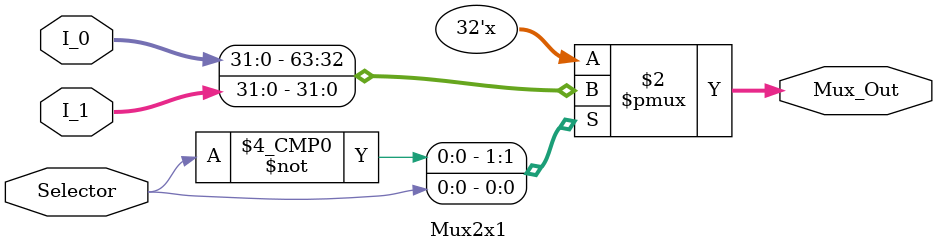
<source format=v>
module Mux2x1 #(parameter DATA_WIDTH = 32)
(
	input		   Selector,
	input			[DATA_WIDTH-1:0]	I_0,
	input			[DATA_WIDTH-1:0]	I_1,

	
	output reg 	[DATA_WIDTH-1:0]	Mux_Out
);

	always@(*) begin
		case (Selector)
			0	:	Mux_Out = I_0;
			1	:	Mux_Out = I_1;

		endcase	
	end	
endmodule
</source>
